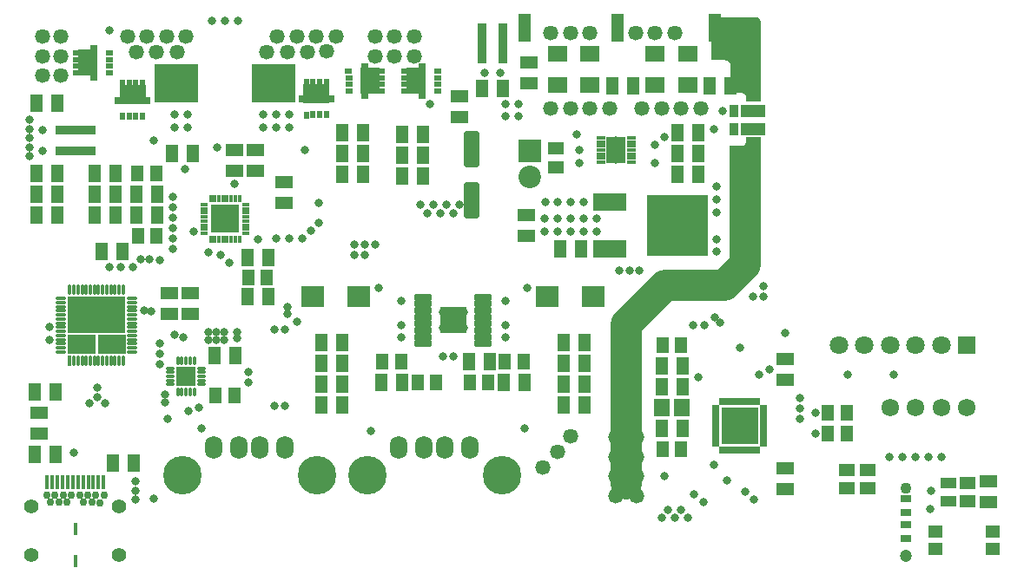
<source format=gts>
%TF.GenerationSoftware,Altium Limited,CircuitMaker,2.0.2 (2.0.2.40)*%
G04 Layer_Color=20142*
%FSLAX25Y25*%
%MOIN*%
%TF.SameCoordinates,55457101-24DF-47E6-B24E-7804918367A6*%
%TF.FilePolarity,Negative*%
%TF.FileFunction,Soldermask,Top*%
%TF.Part,Single*%
G01*
G75*
%TA.AperFunction,WasherPad*%
%ADD81C,0.04724*%
%ADD82C,0.04331*%
%TA.AperFunction,SMDPad,CuDef*%
%ADD95R,0.04787X0.06587*%
%ADD96R,0.04724X0.06102*%
%ADD97R,0.06587X0.04787*%
%ADD98R,0.06102X0.04724*%
%TA.AperFunction,ComponentPad*%
%ADD101R,0.08661X0.08661*%
%ADD102C,0.08661*%
%ADD103R,0.07087X0.07087*%
%ADD104C,0.07087*%
%ADD105C,0.06787*%
%ADD106C,0.02953*%
%ADD107C,0.05512*%
%ADD108C,0.14787*%
%ADD109O,0.06787X0.08787*%
%TA.AperFunction,ViaPad*%
%ADD110C,0.03187*%
%ADD111C,0.02756*%
%ADD112C,0.03150*%
%ADD113C,0.05787*%
%TA.AperFunction,SMDPad,CuDef*%
G04:AMPARAMS|DCode=114|XSize=66.93mil|YSize=25.59mil|CornerRadius=4.82mil|HoleSize=0mil|Usage=FLASHONLY|Rotation=0.000|XOffset=0mil|YOffset=0mil|HoleType=Round|Shape=RoundedRectangle|*
%AMROUNDEDRECTD114*
21,1,0.06693,0.01595,0,0,0.0*
21,1,0.05728,0.02559,0,0,0.0*
1,1,0.00965,0.02864,-0.00797*
1,1,0.00965,-0.02864,-0.00797*
1,1,0.00965,-0.02864,0.00797*
1,1,0.00965,0.02864,0.00797*
%
%ADD114ROUNDEDRECTD114*%
%ADD115R,0.10472X0.09882*%
%ADD116R,0.08661X0.07874*%
%ADD117R,0.16929X0.14567*%
%ADD118R,0.02756X0.03150*%
%ADD119R,0.07776X0.10433*%
%ADD120R,0.03150X0.01968*%
%ADD121R,0.03150X0.02756*%
%ADD122R,0.10433X0.07776*%
%ADD123R,0.01968X0.03150*%
%ADD124R,0.11024X0.11024*%
%ADD125R,0.03150X0.01673*%
%ADD126R,0.01673X0.03150*%
%ADD127R,0.04724X0.10787*%
%ADD128R,0.07677X0.05905*%
%ADD129R,0.15787X0.03787*%
G04:AMPARAMS|DCode=130|XSize=140.16mil|YSize=62.2mil|CornerRadius=13.72mil|HoleSize=0mil|Usage=FLASHONLY|Rotation=90.000|XOffset=0mil|YOffset=0mil|HoleType=Round|Shape=RoundedRectangle|*
%AMROUNDEDRECTD130*
21,1,0.14016,0.03477,0,0,90.0*
21,1,0.11272,0.06220,0,0,90.0*
1,1,0.02743,0.01739,0.05636*
1,1,0.02743,0.01739,-0.05636*
1,1,0.02743,-0.01739,-0.05636*
1,1,0.02743,-0.01739,0.05636*
%
%ADD130ROUNDEDRECTD130*%
%ADD131R,0.03787X0.15787*%
%ADD132R,0.07795X0.10039*%
%ADD133R,0.03543X0.01772*%
%ADD134R,0.23622X0.23622*%
%ADD135R,0.12598X0.07087*%
%ADD136R,0.03150X0.01968*%
%ADD137R,0.14370X0.14370*%
%ADD138R,0.06387X0.04287*%
%ADD139R,0.05512X0.04724*%
%ADD140R,0.03937X0.03150*%
%ADD141R,0.06102X0.06890*%
%ADD142R,0.07480X0.07480*%
%ADD143O,0.03543X0.01181*%
%ADD144O,0.01181X0.03543*%
%ADD145R,0.10827X0.07677*%
%ADD146R,0.01575X0.03937*%
%ADD147O,0.01575X0.03937*%
%ADD148O,0.03937X0.01575*%
%ADD149R,0.22441X0.14173*%
%TA.AperFunction,ConnectorPad*%
G04:AMPARAMS|DCode=150|XSize=15.75mil|YSize=51.18mil|CornerRadius=2.03mil|HoleSize=0mil|Usage=FLASHONLY|Rotation=0.000|XOffset=0mil|YOffset=0mil|HoleType=Round|Shape=RoundedRectangle|*
%AMROUNDEDRECTD150*
21,1,0.01575,0.04713,0,0,0.0*
21,1,0.01169,0.05118,0,0,0.0*
1,1,0.00405,0.00585,-0.02356*
1,1,0.00405,-0.00585,-0.02356*
1,1,0.00405,-0.00585,0.02356*
1,1,0.00405,0.00585,0.02356*
%
%ADD150ROUNDEDRECTD150*%
%TA.AperFunction,SMDPad,CuDef*%
G04:AMPARAMS|DCode=151|XSize=15.75mil|YSize=47.24mil|CornerRadius=3.98mil|HoleSize=0mil|Usage=FLASHONLY|Rotation=0.000|XOffset=0mil|YOffset=0mil|HoleType=Round|Shape=RoundedRectangle|*
%AMROUNDEDRECTD151*
21,1,0.01575,0.03929,0,0,0.0*
21,1,0.00779,0.04724,0,0,0.0*
1,1,0.00795,0.00390,-0.01965*
1,1,0.00795,-0.00390,-0.01965*
1,1,0.00795,-0.00390,0.01965*
1,1,0.00795,0.00390,0.01965*
%
%ADD151ROUNDEDRECTD151*%
%ADD152R,0.03787X0.04787*%
%ADD153R,0.09791X0.04787*%
%TA.AperFunction,Conductor*%
%ADD154C,0.12000*%
G36*
X290499Y154501D02*
X278501D01*
Y162999D01*
X283000D01*
X283121Y163003D01*
X283241Y163014D01*
X283361Y163032D01*
X283479Y163057D01*
X283595Y163090D01*
X283710Y163129D01*
X283821Y163175D01*
X283930Y163228D01*
X284035Y163288D01*
X284137Y163353D01*
X284234Y163425D01*
X284327Y163502D01*
X284415Y163585D01*
X284498Y163673D01*
X284575Y163766D01*
X284647Y163863D01*
X284712Y163965D01*
X284772Y164070D01*
X284825Y164179D01*
X284871Y164290D01*
X284910Y164405D01*
X284943Y164521D01*
X284968Y164639D01*
X284986Y164759D01*
X284997Y164879D01*
X285001Y165000D01*
Y166499D01*
X290499D01*
Y154501D01*
D02*
G37*
G36*
X289437Y212441D02*
X289710Y212329D01*
X289956Y212164D01*
X290164Y211956D01*
X290329Y211710D01*
X290441Y211437D01*
X290499Y211148D01*
Y211000D01*
X290499Y180001D01*
X285001Y180001D01*
X285001Y181500D01*
X284997Y181621D01*
X284986Y181741D01*
X284968Y181861D01*
X284943Y181979D01*
X284910Y182095D01*
X284871Y182210D01*
X284825Y182321D01*
X284799Y182374D01*
X284772Y182430D01*
X284712Y182535D01*
X284647Y182637D01*
X284575Y182734D01*
X284498Y182827D01*
X284415Y182915D01*
X284415D01*
Y182915D01*
X284327Y182998D01*
X284234Y183075D01*
X284137Y183147D01*
X284035Y183212D01*
X283930Y183272D01*
X283874Y183299D01*
X283821Y183325D01*
X283710Y183371D01*
X283595Y183410D01*
X283479Y183443D01*
X283361Y183468D01*
X283241Y183486D01*
X283121Y183497D01*
X283000Y183501D01*
X283000D01*
D01*
D01*
X279001Y183501D01*
X279001Y194000D01*
X278997Y194121D01*
X278986Y194241D01*
X278968Y194361D01*
X278943Y194479D01*
X278910Y194595D01*
X278871Y194710D01*
X278825Y194821D01*
X278772Y194930D01*
X278712Y195035D01*
X278647Y195137D01*
X278575Y195234D01*
X278498Y195327D01*
X278415Y195415D01*
X278327Y195498D01*
X278234Y195575D01*
X278137Y195647D01*
X278035Y195712D01*
X277930Y195772D01*
X277821Y195825D01*
X277710Y195871D01*
X277595Y195910D01*
X277479Y195943D01*
X277361Y195968D01*
X277241Y195986D01*
X277121Y195997D01*
X277000Y196001D01*
X271501Y196001D01*
Y212499D01*
X289148D01*
X289437Y212441D01*
D02*
G37*
D81*
X346457Y5512D02*
D03*
D82*
Y31496D02*
D03*
D95*
X279000Y186000D02*
D03*
X271000D02*
D03*
X59000Y136500D02*
D03*
X51000D02*
D03*
X101500Y120000D02*
D03*
X93500D02*
D03*
X101500Y105000D02*
D03*
X93500D02*
D03*
X51000Y144500D02*
D03*
X59000D02*
D03*
X64500Y160000D02*
D03*
X72500D02*
D03*
X12500Y179500D02*
D03*
X20500D02*
D03*
X37500Y122500D02*
D03*
X45500D02*
D03*
X35000Y152500D02*
D03*
X43000D02*
D03*
X35000Y144500D02*
D03*
X43000D02*
D03*
X35000Y136500D02*
D03*
X43000D02*
D03*
X12500Y152500D02*
D03*
X20500D02*
D03*
X12500Y144500D02*
D03*
X20500D02*
D03*
Y136500D02*
D03*
X12500D02*
D03*
X130000Y168000D02*
D03*
X138000D02*
D03*
X161000Y167500D02*
D03*
X153000D02*
D03*
X130000Y160000D02*
D03*
X138000D02*
D03*
X130000Y152000D02*
D03*
X138000D02*
D03*
X161000Y159500D02*
D03*
X153000D02*
D03*
X161000Y151500D02*
D03*
X153000D02*
D03*
X191500Y185000D02*
D03*
X183500D02*
D03*
X241500Y186000D02*
D03*
X233500D02*
D03*
X221500Y123500D02*
D03*
X213500D02*
D03*
X266500Y168000D02*
D03*
X258500D02*
D03*
Y160000D02*
D03*
X266500D02*
D03*
X258500Y152000D02*
D03*
X266500D02*
D03*
X252500Y78500D02*
D03*
X260500D02*
D03*
X252500Y70500D02*
D03*
X260500D02*
D03*
X252500Y54500D02*
D03*
X260500D02*
D03*
X186500Y80000D02*
D03*
X178500D02*
D03*
X223000Y87500D02*
D03*
X215000D02*
D03*
Y79500D02*
D03*
X223000D02*
D03*
X215000Y71500D02*
D03*
X223000D02*
D03*
X215000Y63500D02*
D03*
X223000D02*
D03*
X200000Y72000D02*
D03*
X192000D02*
D03*
X145000D02*
D03*
X153000D02*
D03*
X122000Y87500D02*
D03*
X130000D02*
D03*
X122000Y79500D02*
D03*
X130000D02*
D03*
X122000Y71500D02*
D03*
X130000D02*
D03*
X122000Y63500D02*
D03*
X130000D02*
D03*
X89000Y82500D02*
D03*
X81000D02*
D03*
X42000Y41000D02*
D03*
X50000D02*
D03*
X12000Y68500D02*
D03*
X20000D02*
D03*
Y44500D02*
D03*
X12000D02*
D03*
D96*
X51500Y128500D02*
D03*
X58543D02*
D03*
X101043Y112500D02*
D03*
X93957D02*
D03*
X51457Y152500D02*
D03*
X58543D02*
D03*
X316457Y60500D02*
D03*
X323543D02*
D03*
X316457Y52500D02*
D03*
X323543D02*
D03*
X252957Y86500D02*
D03*
X260043D02*
D03*
X252957Y46500D02*
D03*
X260043D02*
D03*
X192457Y80000D02*
D03*
X199543D02*
D03*
X186043Y72000D02*
D03*
X178957D02*
D03*
X152543Y80000D02*
D03*
X145457D02*
D03*
X158957Y72000D02*
D03*
X166043D02*
D03*
X81457Y67000D02*
D03*
X88543D02*
D03*
D97*
X71500Y98500D02*
D03*
Y106500D02*
D03*
X63500Y98500D02*
D03*
Y106500D02*
D03*
X88500Y161500D02*
D03*
Y153500D02*
D03*
X96500D02*
D03*
Y161500D02*
D03*
X107500Y149000D02*
D03*
Y141000D02*
D03*
X175000Y174000D02*
D03*
Y182000D02*
D03*
X201500Y187000D02*
D03*
Y195000D02*
D03*
X200500Y128500D02*
D03*
Y136500D02*
D03*
X300000Y81000D02*
D03*
Y73000D02*
D03*
X378000Y34000D02*
D03*
Y26000D02*
D03*
X300000Y39000D02*
D03*
Y31000D02*
D03*
X13500Y52500D02*
D03*
Y60500D02*
D03*
D98*
X212000Y162043D02*
D03*
Y154957D02*
D03*
X370000Y33543D02*
D03*
Y26457D02*
D03*
X331500Y31457D02*
D03*
Y38543D02*
D03*
X323500Y31457D02*
D03*
Y38543D02*
D03*
D101*
X202000Y161000D02*
D03*
D102*
Y151000D02*
D03*
D103*
X369713Y86500D02*
D03*
D104*
X359870D02*
D03*
X350028D02*
D03*
X340185D02*
D03*
X330343D02*
D03*
X320500D02*
D03*
D105*
X369764Y62500D02*
D03*
X359921D02*
D03*
X350079D02*
D03*
X340236D02*
D03*
D106*
X25984Y28858D02*
D03*
X24409Y26102D02*
D03*
X22835Y28858D02*
D03*
X21260Y26102D02*
D03*
X19685Y28858D02*
D03*
X29134D02*
D03*
X30709Y26102D02*
D03*
X32283Y28858D02*
D03*
X33858Y26102D02*
D03*
X35433Y28858D02*
D03*
X38583Y28740D02*
D03*
X37008Y25984D02*
D03*
X18110Y26102D02*
D03*
X16535Y28858D02*
D03*
D107*
X44370Y24331D02*
D03*
X10748D02*
D03*
Y5709D02*
D03*
X44370D02*
D03*
D108*
X68638Y36629D02*
D03*
X120338D02*
D03*
X139504D02*
D03*
X191204D02*
D03*
D109*
X80638Y47229D02*
D03*
X90438D02*
D03*
X98338D02*
D03*
X108038D02*
D03*
X151504D02*
D03*
X161304D02*
D03*
X169204D02*
D03*
X178904D02*
D03*
D110*
X168500Y99000D02*
D03*
X172500D02*
D03*
X176500D02*
D03*
X168500Y93000D02*
D03*
X172500D02*
D03*
X176500D02*
D03*
X235000Y161500D02*
D03*
Y165043D02*
D03*
Y157957D02*
D03*
X14942Y161000D02*
D03*
Y169000D02*
D03*
X273500Y127000D02*
D03*
X163500Y179000D02*
D03*
X192500D02*
D03*
Y174500D02*
D03*
X197500D02*
D03*
Y179000D02*
D03*
X90000Y211000D02*
D03*
X85000D02*
D03*
X80000D02*
D03*
X109500Y170000D02*
D03*
X104500D02*
D03*
X99500D02*
D03*
X109500Y175000D02*
D03*
X104500D02*
D03*
X99500D02*
D03*
X65500D02*
D03*
Y170000D02*
D03*
X70500D02*
D03*
Y175000D02*
D03*
X10000Y159000D02*
D03*
Y162500D02*
D03*
Y166000D02*
D03*
Y169500D02*
D03*
Y173000D02*
D03*
X50500Y27000D02*
D03*
Y30500D02*
D03*
Y34000D02*
D03*
X260000Y23000D02*
D03*
X255000D02*
D03*
X341500Y75000D02*
D03*
X324000D02*
D03*
X294000Y77000D02*
D03*
X200000Y54500D02*
D03*
X33000Y64000D02*
D03*
X57500Y27500D02*
D03*
X276000Y176500D02*
D03*
X262500Y20000D02*
D03*
X257500D02*
D03*
X252500D02*
D03*
X360000Y43500D02*
D03*
X355000D02*
D03*
X350000D02*
D03*
X345000D02*
D03*
X340000D02*
D03*
X277500Y34500D02*
D03*
X286500Y55500D02*
D03*
X282500D02*
D03*
X286500Y52000D02*
D03*
X282500D02*
D03*
X278500D02*
D03*
X287500Y105000D02*
D03*
X291500D02*
D03*
Y109000D02*
D03*
X273500Y122500D02*
D03*
Y147500D02*
D03*
Y142500D02*
D03*
Y137500D02*
D03*
X227500Y130000D02*
D03*
Y135000D02*
D03*
X207500Y130000D02*
D03*
X212500D02*
D03*
X217500D02*
D03*
X222500D02*
D03*
Y135000D02*
D03*
X217500D02*
D03*
X212500D02*
D03*
X207500D02*
D03*
X175000Y140500D02*
D03*
X170000D02*
D03*
X172500Y137000D02*
D03*
X167500D02*
D03*
X162500D02*
D03*
X165000Y140500D02*
D03*
X160000D02*
D03*
X236375Y115000D02*
D03*
X240250D02*
D03*
X244000Y115000D02*
D03*
X208000Y141500D02*
D03*
X212500D02*
D03*
X217500D02*
D03*
X222500D02*
D03*
X84500Y88500D02*
D03*
X81500D02*
D03*
X78500D02*
D03*
Y91500D02*
D03*
X81500D02*
D03*
X84500D02*
D03*
X56500Y99500D02*
D03*
X54006Y99673D02*
D03*
X69000Y89500D02*
D03*
X89500Y89000D02*
D03*
Y91500D02*
D03*
X65500Y90500D02*
D03*
X138500Y121000D02*
D03*
X134500D02*
D03*
X138500Y125000D02*
D03*
X142500D02*
D03*
X134500D02*
D03*
X109000Y98500D02*
D03*
Y101000D02*
D03*
X112500Y95500D02*
D03*
X97500Y127000D02*
D03*
X62000Y64500D02*
D03*
Y67500D02*
D03*
X56000Y119500D02*
D03*
X52500D02*
D03*
X60000Y119000D02*
D03*
X184500Y191000D02*
D03*
X121000Y133500D02*
D03*
X141000Y53500D02*
D03*
X172500Y82000D02*
D03*
X168500D02*
D03*
X300081Y91000D02*
D03*
X17500Y93396D02*
D03*
Y88650D02*
D03*
X273000Y97000D02*
D03*
X275000Y95000D02*
D03*
X94000Y76000D02*
D03*
X76000Y54500D02*
D03*
X63000Y58000D02*
D03*
X39000Y64000D02*
D03*
X94000Y72000D02*
D03*
X73000Y130000D02*
D03*
X115500Y161500D02*
D03*
X82000Y162500D02*
D03*
X40500Y207500D02*
D03*
X144000Y108500D02*
D03*
X152500Y94000D02*
D03*
Y103500D02*
D03*
X192500Y94000D02*
D03*
Y103500D02*
D03*
X201000Y108500D02*
D03*
X152500Y89500D02*
D03*
X192500D02*
D03*
X253500Y36000D02*
D03*
X290000Y75000D02*
D03*
X282500Y85405D02*
D03*
X355500Y23500D02*
D03*
X269000Y94000D02*
D03*
X264500D02*
D03*
X284500Y30000D02*
D03*
X272500Y40500D02*
D03*
X268500Y26000D02*
D03*
X265000Y29000D02*
D03*
X288000Y27000D02*
D03*
X266500Y74000D02*
D03*
X220000Y167500D02*
D03*
X221000Y156500D02*
D03*
Y161500D02*
D03*
X311500Y52500D02*
D03*
Y60500D02*
D03*
X78500Y122000D02*
D03*
X49500Y116500D02*
D03*
X108000Y92500D02*
D03*
X104000D02*
D03*
X108000Y63000D02*
D03*
X104000D02*
D03*
X75000Y62500D02*
D03*
X69500Y154000D02*
D03*
X86500Y118000D02*
D03*
X83463Y121000D02*
D03*
X305500Y58000D02*
D03*
Y62000D02*
D03*
Y66000D02*
D03*
X71000Y61000D02*
D03*
X356000Y30500D02*
D03*
X60000Y87000D02*
D03*
Y83000D02*
D03*
Y79000D02*
D03*
X45000Y116500D02*
D03*
X40500D02*
D03*
X57500Y165000D02*
D03*
X65000Y131500D02*
D03*
Y123500D02*
D03*
X27000Y45000D02*
D03*
X36000Y66500D02*
D03*
Y70000D02*
D03*
X88500Y148500D02*
D03*
X250000Y163500D02*
D03*
Y156500D02*
D03*
X65000Y143500D02*
D03*
Y139500D02*
D03*
Y135500D02*
D03*
Y127500D02*
D03*
X82500Y137500D02*
D03*
X87500D02*
D03*
X82500Y132500D02*
D03*
X87500D02*
D03*
X85000Y135000D02*
D03*
X272500Y169500D02*
D03*
X253500Y166500D02*
D03*
X190500Y191000D02*
D03*
X109500Y127500D02*
D03*
X114500D02*
D03*
X118000Y130500D02*
D03*
X104500Y127500D02*
D03*
X121000Y141000D02*
D03*
D111*
X72165Y76665D02*
D03*
Y72335D02*
D03*
X70000Y74500D02*
D03*
X67835Y76665D02*
D03*
Y72335D02*
D03*
D112*
X26433Y84925D02*
D03*
X33433D02*
D03*
X29933D02*
D03*
X26433Y88925D02*
D03*
X29933D02*
D03*
X33433D02*
D03*
X37933Y84925D02*
D03*
X44933D02*
D03*
X41433D02*
D03*
X37933Y88925D02*
D03*
X41433D02*
D03*
X44933D02*
D03*
X26433Y93425D02*
D03*
X44433D02*
D03*
X31933D02*
D03*
X38433D02*
D03*
X26433Y103425D02*
D03*
X31933D02*
D03*
X44433D02*
D03*
X38433D02*
D03*
X29433Y98425D02*
D03*
X35433D02*
D03*
X41433D02*
D03*
D113*
X207000Y39500D02*
D03*
X212500Y45500D02*
D03*
X217500Y51500D02*
D03*
X243000Y51000D02*
D03*
Y43500D02*
D03*
Y36000D02*
D03*
Y28500D02*
D03*
X235000D02*
D03*
Y36000D02*
D03*
Y43500D02*
D03*
Y51000D02*
D03*
X257500Y206500D02*
D03*
X250000D02*
D03*
X242500D02*
D03*
X245000Y177500D02*
D03*
X252500D02*
D03*
X260000D02*
D03*
X267500D02*
D03*
X232500D02*
D03*
X225000D02*
D03*
X217500D02*
D03*
X210000D02*
D03*
X225000Y206500D02*
D03*
X217500D02*
D03*
X210000D02*
D03*
X15000Y205000D02*
D03*
Y197500D02*
D03*
Y190000D02*
D03*
X22000Y205000D02*
D03*
Y197500D02*
D03*
Y190000D02*
D03*
X47500Y205000D02*
D03*
X55000D02*
D03*
X62500D02*
D03*
X70000D02*
D03*
X51000Y199000D02*
D03*
X58500D02*
D03*
X66500D02*
D03*
X127500Y205000D02*
D03*
X120000D02*
D03*
X112500D02*
D03*
X105000D02*
D03*
X124000Y199500D02*
D03*
X116500Y199000D02*
D03*
X109000D02*
D03*
X101000D02*
D03*
X142500Y205000D02*
D03*
X150000D02*
D03*
X157500D02*
D03*
X142500Y197500D02*
D03*
X150000D02*
D03*
X157500D02*
D03*
D114*
X161083Y104957D02*
D03*
Y102398D02*
D03*
Y99839D02*
D03*
Y97280D02*
D03*
Y94721D02*
D03*
Y92161D02*
D03*
Y89602D02*
D03*
Y87043D02*
D03*
X183917D02*
D03*
Y89602D02*
D03*
Y92161D02*
D03*
Y94721D02*
D03*
Y97280D02*
D03*
Y99839D02*
D03*
Y102398D02*
D03*
Y104957D02*
D03*
D115*
X172500Y96000D02*
D03*
D116*
X118642Y105000D02*
D03*
X136358D02*
D03*
X226358D02*
D03*
X208642D02*
D03*
D117*
X66299Y187000D02*
D03*
X103701D02*
D03*
D118*
X34500Y200512D02*
D03*
Y189488D02*
D03*
X138500Y182488D02*
D03*
Y193512D02*
D03*
X160500Y182488D02*
D03*
Y193512D02*
D03*
D119*
X32295Y195000D02*
D03*
X140705Y188000D02*
D03*
X158295D02*
D03*
D120*
X28000Y191161D02*
D03*
Y193720D02*
D03*
Y196280D02*
D03*
Y198839D02*
D03*
X40500D02*
D03*
Y196280D02*
D03*
Y193720D02*
D03*
X40602Y191161D02*
D03*
X145000Y191839D02*
D03*
Y189279D02*
D03*
Y186721D02*
D03*
Y184161D02*
D03*
X132500D02*
D03*
Y186721D02*
D03*
Y189279D02*
D03*
X132398Y191839D02*
D03*
X166602Y184161D02*
D03*
X166500Y186721D02*
D03*
Y189279D02*
D03*
Y191839D02*
D03*
X154000D02*
D03*
Y189279D02*
D03*
Y186721D02*
D03*
Y184161D02*
D03*
D121*
X55012Y180500D02*
D03*
X43988D02*
D03*
X125512Y181000D02*
D03*
X114488D02*
D03*
D122*
X49500Y182705D02*
D03*
X120000Y183205D02*
D03*
D123*
X45661Y187000D02*
D03*
X48221D02*
D03*
X50779D02*
D03*
X53339D02*
D03*
Y174500D02*
D03*
X50779D02*
D03*
X48221D02*
D03*
X45661Y174398D02*
D03*
X116161Y187500D02*
D03*
X118720D02*
D03*
X121280D02*
D03*
X123839D02*
D03*
Y175000D02*
D03*
X121280D02*
D03*
X118720D02*
D03*
X116161Y174898D02*
D03*
X289390Y46248D02*
D03*
X285453D02*
D03*
X283484D02*
D03*
X281516D02*
D03*
X279547D02*
D03*
X277579D02*
D03*
X275610D02*
D03*
X287421D02*
D03*
Y64752D02*
D03*
X275610D02*
D03*
X277579D02*
D03*
X279547D02*
D03*
X281516D02*
D03*
X283484D02*
D03*
X285453D02*
D03*
X289390D02*
D03*
D124*
X85000Y135000D02*
D03*
D125*
X92874Y129488D02*
D03*
Y131063D02*
D03*
Y132638D02*
D03*
Y134213D02*
D03*
Y135787D02*
D03*
Y137362D02*
D03*
Y138937D02*
D03*
Y140512D02*
D03*
X77126Y129488D02*
D03*
Y131063D02*
D03*
Y132638D02*
D03*
Y134213D02*
D03*
Y135787D02*
D03*
Y137362D02*
D03*
Y138937D02*
D03*
Y140512D02*
D03*
D126*
X90512Y142874D02*
D03*
X88937D02*
D03*
X87362D02*
D03*
X85787D02*
D03*
X84213D02*
D03*
X82638D02*
D03*
X81063D02*
D03*
X79488D02*
D03*
X90512Y127126D02*
D03*
X88937D02*
D03*
X87362D02*
D03*
X85787D02*
D03*
X84213D02*
D03*
X82638D02*
D03*
X81063D02*
D03*
X79488D02*
D03*
D127*
X273000Y208500D02*
D03*
X200000D02*
D03*
X235500D02*
D03*
D128*
X262500Y198504D02*
D03*
Y186496D02*
D03*
X250000Y198504D02*
D03*
Y186496D02*
D03*
X212500Y198504D02*
D03*
Y186496D02*
D03*
X225000Y198504D02*
D03*
Y186496D02*
D03*
D129*
X27500Y161000D02*
D03*
Y169000D02*
D03*
D130*
X179500Y161941D02*
D03*
Y142059D02*
D03*
D131*
X183500Y202500D02*
D03*
X191500D02*
D03*
D132*
X235000Y161500D02*
D03*
D133*
X229193Y156776D02*
D03*
Y158350D02*
D03*
Y159925D02*
D03*
Y161500D02*
D03*
Y163075D02*
D03*
Y164650D02*
D03*
Y166224D02*
D03*
X240807D02*
D03*
Y164650D02*
D03*
Y163075D02*
D03*
Y161500D02*
D03*
Y159925D02*
D03*
Y158350D02*
D03*
Y156776D02*
D03*
D134*
X258524Y132500D02*
D03*
D135*
X232677Y123484D02*
D03*
Y141516D02*
D03*
D136*
X273248Y48610D02*
D03*
Y52547D02*
D03*
Y50579D02*
D03*
Y56484D02*
D03*
Y54516D02*
D03*
Y60421D02*
D03*
Y58453D02*
D03*
X291752D02*
D03*
Y60421D02*
D03*
Y62390D02*
D03*
Y54516D02*
D03*
Y56484D02*
D03*
Y50579D02*
D03*
Y52547D02*
D03*
Y48610D02*
D03*
X273248Y62390D02*
D03*
D137*
X282500Y55500D02*
D03*
D138*
X362500Y26500D02*
D03*
Y33500D02*
D03*
D139*
X379528Y8071D02*
D03*
Y14764D02*
D03*
X357480D02*
D03*
Y8071D02*
D03*
D140*
X346457Y27362D02*
D03*
Y22244D02*
D03*
Y12244D02*
D03*
Y17362D02*
D03*
D141*
X260339Y62500D02*
D03*
X252661D02*
D03*
D142*
X70000Y74500D02*
D03*
D143*
X64095Y71350D02*
D03*
Y72925D02*
D03*
Y74500D02*
D03*
Y76075D02*
D03*
Y77650D02*
D03*
X75906D02*
D03*
Y76075D02*
D03*
Y74500D02*
D03*
Y72925D02*
D03*
Y71350D02*
D03*
D144*
X66850Y80405D02*
D03*
X68425D02*
D03*
X70000D02*
D03*
X71575D02*
D03*
X73150D02*
D03*
Y68594D02*
D03*
X71575D02*
D03*
X70000D02*
D03*
X68425D02*
D03*
X66850D02*
D03*
D145*
X41575Y86799D02*
D03*
X29961D02*
D03*
D146*
X25433Y80382D02*
D03*
D147*
X27008D02*
D03*
X28583D02*
D03*
X30158D02*
D03*
X31732D02*
D03*
X33307D02*
D03*
X34882D02*
D03*
X36457D02*
D03*
X38032D02*
D03*
X39606D02*
D03*
X41181D02*
D03*
X42756D02*
D03*
X44331D02*
D03*
X45906D02*
D03*
Y107941D02*
D03*
X44331D02*
D03*
X42756D02*
D03*
X41181D02*
D03*
X39606D02*
D03*
X38032D02*
D03*
X36457D02*
D03*
X34882D02*
D03*
X33307D02*
D03*
X31732D02*
D03*
X30158D02*
D03*
X28583D02*
D03*
X27008D02*
D03*
X25433D02*
D03*
D148*
X49409Y83925D02*
D03*
Y85500D02*
D03*
Y87075D02*
D03*
Y88650D02*
D03*
Y90224D02*
D03*
Y91799D02*
D03*
Y93374D02*
D03*
Y94949D02*
D03*
Y96524D02*
D03*
Y98098D02*
D03*
Y99673D02*
D03*
Y101248D02*
D03*
Y102823D02*
D03*
Y104398D02*
D03*
X21929D02*
D03*
Y102823D02*
D03*
Y101248D02*
D03*
Y99673D02*
D03*
Y98098D02*
D03*
Y96524D02*
D03*
Y94949D02*
D03*
Y93374D02*
D03*
Y91799D02*
D03*
Y90224D02*
D03*
Y88650D02*
D03*
Y87075D02*
D03*
Y85500D02*
D03*
Y83925D02*
D03*
D149*
X35669Y98216D02*
D03*
D150*
X30512Y33779D02*
D03*
X26575D02*
D03*
X28543D02*
D03*
X24606D02*
D03*
X32480D02*
D03*
X34449D02*
D03*
X36417D02*
D03*
X38386D02*
D03*
X22638D02*
D03*
X20669D02*
D03*
X18701D02*
D03*
X16732D02*
D03*
D151*
X27559Y15748D02*
D03*
Y3543D02*
D03*
D152*
X280250Y176500D02*
D03*
Y169500D02*
D03*
D153*
X287750Y176500D02*
D03*
Y169500D02*
D03*
D154*
X284500Y117500D02*
Y157000D01*
X239000Y33000D02*
Y94500D01*
X254000Y109500D01*
X276500D02*
X284500Y117500D01*
X254000Y109500D02*
X276500D01*
%TF.MD5,8b84fc7e867dc41557ad64a99f924b15*%
M02*

</source>
